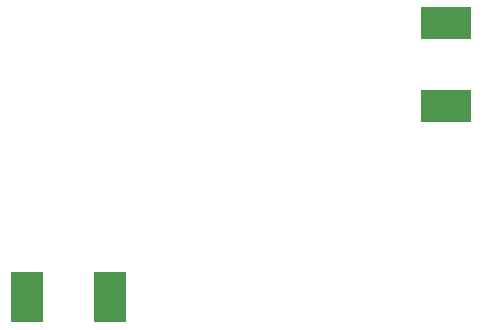
<source format=gbr>
G04 EAGLE Gerber RS-274X export*
G75*
%MOMM*%
%FSLAX34Y34*%
%LPD*%
%INSolderpaste Bottom*%
%IPPOS*%
%AMOC8*
5,1,8,0,0,1.08239X$1,22.5*%
G01*
%ADD10R,2.667000X4.191000*%
%ADD11R,4.191000X2.667000*%


D10*
X408326Y31314D03*
X338434Y31314D03*
D11*
X692586Y263546D03*
X692586Y193654D03*
M02*

</source>
